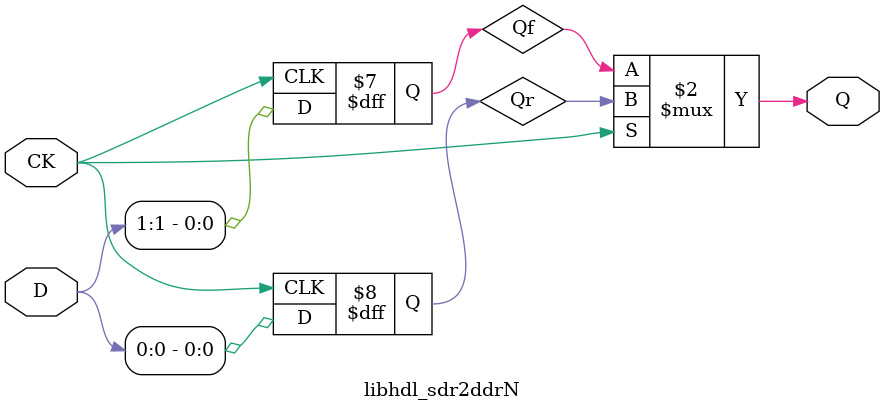
<source format=v>
`include "libhdl_timescale.vh"

module libhdl_sdr2ddrN
#(  parameter N = 1)
(   input  wire           CK,
    input  wire [N*2-1:0] D,
    output wire [N-1:0]   Q);

reg [N-1:0] Qr = {N{1'b0}};
reg [N-1:0] Qf = {N{1'b0}};

genvar k;
generate
for (k = 0; k < N; k = k + 1) begin
    always @ (posedge CK)
        Qr[k] <= D[k*2+0];
    always @ (negedge CK)
        Qf[k] <= D[k*2+1];
end
endgenerate

assign Q = (CK == 1'b1) ? Qr : Qf;

endmodule

</source>
